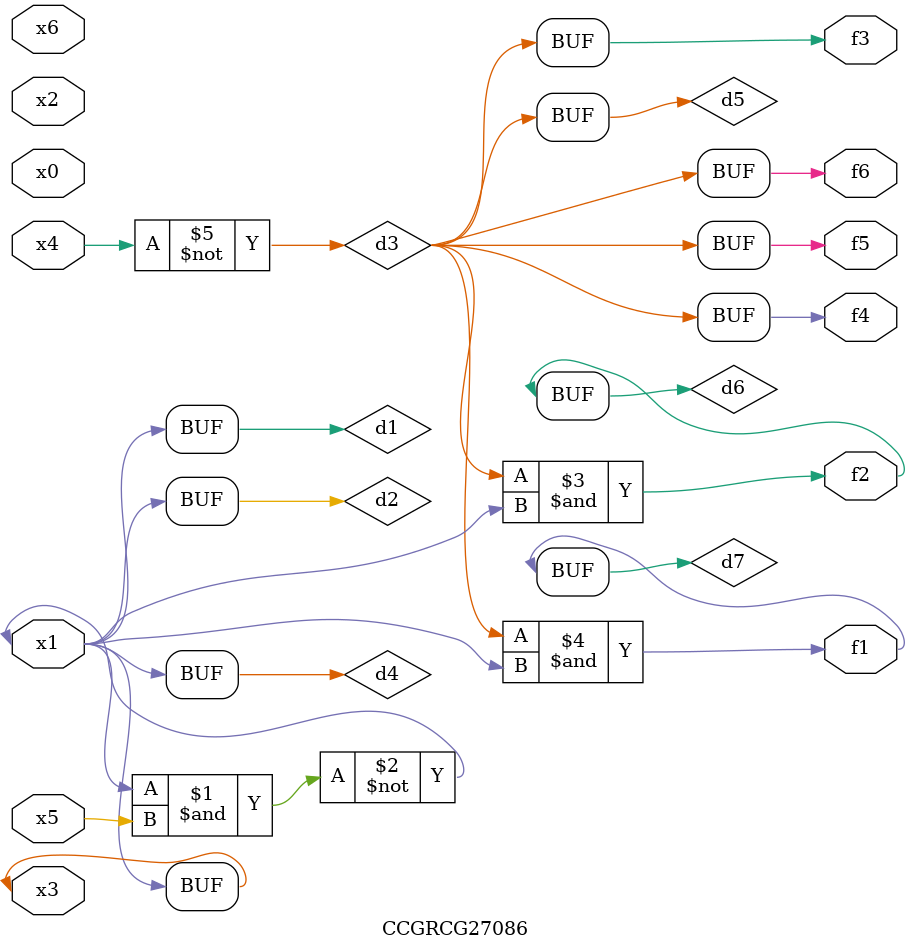
<source format=v>
module CCGRCG27086(
	input x0, x1, x2, x3, x4, x5, x6,
	output f1, f2, f3, f4, f5, f6
);

	wire d1, d2, d3, d4, d5, d6, d7;

	buf (d1, x1, x3);
	nand (d2, x1, x5);
	not (d3, x4);
	buf (d4, d1, d2);
	buf (d5, d3);
	and (d6, d3, d4);
	and (d7, d3, d4);
	assign f1 = d7;
	assign f2 = d6;
	assign f3 = d5;
	assign f4 = d5;
	assign f5 = d5;
	assign f6 = d5;
endmodule

</source>
